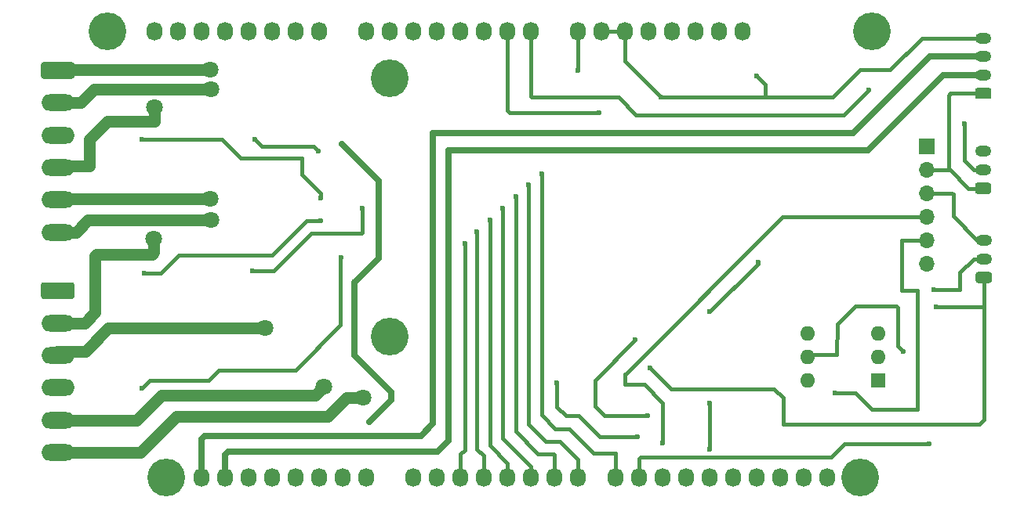
<source format=gbr>
G04 #@! TF.GenerationSoftware,KiCad,Pcbnew,(5.1.9)-1*
G04 #@! TF.CreationDate,2021-03-29T18:58:07+02:00*
G04 #@! TF.ProjectId,Interface_board_1,496e7465-7266-4616-9365-5f626f617264,4.h.0.01*
G04 #@! TF.SameCoordinates,Original*
G04 #@! TF.FileFunction,Copper,L2,Bot*
G04 #@! TF.FilePolarity,Positive*
%FSLAX46Y46*%
G04 Gerber Fmt 4.6, Leading zero omitted, Abs format (unit mm)*
G04 Created by KiCad (PCBNEW (5.1.9)-1) date 2021-03-29 18:58:07*
%MOMM*%
%LPD*%
G01*
G04 APERTURE LIST*
G04 #@! TA.AperFunction,ComponentPad*
%ADD10O,3.600000X1.800000*%
G04 #@! TD*
G04 #@! TA.AperFunction,ComponentPad*
%ADD11O,1.700000X1.700000*%
G04 #@! TD*
G04 #@! TA.AperFunction,ComponentPad*
%ADD12R,1.700000X1.700000*%
G04 #@! TD*
G04 #@! TA.AperFunction,ComponentPad*
%ADD13O,1.600000X1.600000*%
G04 #@! TD*
G04 #@! TA.AperFunction,ComponentPad*
%ADD14R,1.600000X1.600000*%
G04 #@! TD*
G04 #@! TA.AperFunction,ComponentPad*
%ADD15O,1.750000X1.200000*%
G04 #@! TD*
G04 #@! TA.AperFunction,ComponentPad*
%ADD16O,1.727200X2.032000*%
G04 #@! TD*
G04 #@! TA.AperFunction,ComponentPad*
%ADD17C,4.064000*%
G04 #@! TD*
G04 #@! TA.AperFunction,ViaPad*
%ADD18C,0.600000*%
G04 #@! TD*
G04 #@! TA.AperFunction,ViaPad*
%ADD19C,1.800000*%
G04 #@! TD*
G04 #@! TA.AperFunction,ViaPad*
%ADD20C,0.762000*%
G04 #@! TD*
G04 #@! TA.AperFunction,Conductor*
%ADD21C,0.406400*%
G04 #@! TD*
G04 #@! TA.AperFunction,Conductor*
%ADD22C,0.635000*%
G04 #@! TD*
G04 #@! TA.AperFunction,Conductor*
%ADD23C,1.270000*%
G04 #@! TD*
G04 APERTURE END LIST*
D10*
X102649020Y-127619160D03*
X102649020Y-124119160D03*
X102649020Y-120619160D03*
X102649020Y-117119160D03*
X102649020Y-113619160D03*
G04 #@! TA.AperFunction,ComponentPad*
G36*
G01*
X101099020Y-109219160D02*
X104199020Y-109219160D01*
G75*
G02*
X104449020Y-109469160I0J-250000D01*
G01*
X104449020Y-110769160D01*
G75*
G02*
X104199020Y-111019160I-250000J0D01*
G01*
X101099020Y-111019160D01*
G75*
G02*
X100849020Y-110769160I0J250000D01*
G01*
X100849020Y-109469160D01*
G75*
G02*
X101099020Y-109219160I250000J0D01*
G01*
G37*
G04 #@! TD.AperFunction*
X102656640Y-103801580D03*
X102656640Y-100301580D03*
X102656640Y-96801580D03*
X102656640Y-93301580D03*
X102656640Y-89801580D03*
G04 #@! TA.AperFunction,ComponentPad*
G36*
G01*
X101106640Y-85401580D02*
X104206640Y-85401580D01*
G75*
G02*
X104456640Y-85651580I0J-250000D01*
G01*
X104456640Y-86951580D01*
G75*
G02*
X104206640Y-87201580I-250000J0D01*
G01*
X101106640Y-87201580D01*
G75*
G02*
X100856640Y-86951580I0J250000D01*
G01*
X100856640Y-85651580D01*
G75*
G02*
X101106640Y-85401580I250000J0D01*
G01*
G37*
G04 #@! TD.AperFunction*
D11*
X196471540Y-107251500D03*
X196471540Y-104711500D03*
X196471540Y-102171500D03*
X196471540Y-99631500D03*
X196471540Y-97091500D03*
D12*
X196471540Y-94551500D03*
D13*
X183583580Y-119837200D03*
X191203580Y-114757200D03*
X183583580Y-117297200D03*
X191203580Y-117297200D03*
X183583580Y-114757200D03*
D14*
X191203580Y-119837200D03*
D15*
X202646280Y-104691680D03*
X202646280Y-106691680D03*
G04 #@! TA.AperFunction,ComponentPad*
G36*
G01*
X203271281Y-109291680D02*
X202021279Y-109291680D01*
G75*
G02*
X201771280Y-109041681I0J249999D01*
G01*
X201771280Y-108341679D01*
G75*
G02*
X202021279Y-108091680I249999J0D01*
G01*
X203271281Y-108091680D01*
G75*
G02*
X203521280Y-108341679I0J-249999D01*
G01*
X203521280Y-109041681D01*
G75*
G02*
X203271281Y-109291680I-249999J0D01*
G01*
G37*
G04 #@! TD.AperFunction*
X202577700Y-95049840D03*
X202577700Y-97049840D03*
G04 #@! TA.AperFunction,ComponentPad*
G36*
G01*
X203202701Y-99649840D02*
X201952699Y-99649840D01*
G75*
G02*
X201702700Y-99399841I0J249999D01*
G01*
X201702700Y-98699839D01*
G75*
G02*
X201952699Y-98449840I249999J0D01*
G01*
X203202701Y-98449840D01*
G75*
G02*
X203452700Y-98699839I0J-249999D01*
G01*
X203452700Y-99399841D01*
G75*
G02*
X203202701Y-99649840I-249999J0D01*
G01*
G37*
G04 #@! TD.AperFunction*
X202587860Y-82793320D03*
X202587860Y-84793320D03*
X202587860Y-86793320D03*
G04 #@! TA.AperFunction,ComponentPad*
G36*
G01*
X203212861Y-89393320D02*
X201962859Y-89393320D01*
G75*
G02*
X201712860Y-89143321I0J249999D01*
G01*
X201712860Y-88443319D01*
G75*
G02*
X201962859Y-88193320I249999J0D01*
G01*
X203212861Y-88193320D01*
G75*
G02*
X203462860Y-88443319I0J-249999D01*
G01*
X203462860Y-89143321D01*
G75*
G02*
X203212861Y-89393320I-249999J0D01*
G01*
G37*
G04 #@! TD.AperFunction*
D16*
X176598580Y-82031840D03*
X174058580Y-82031840D03*
X171518580Y-82031840D03*
X168978580Y-82031840D03*
X166438580Y-82031840D03*
X163898580Y-82031840D03*
X161358580Y-82031840D03*
X158818580Y-82031840D03*
X153738580Y-82031840D03*
X151198580Y-82031840D03*
X148658580Y-82031840D03*
X146118580Y-82031840D03*
X143578580Y-82031840D03*
X141038580Y-82031840D03*
X138498580Y-82031840D03*
X135958580Y-82031840D03*
X130878580Y-82031840D03*
X128338580Y-82031840D03*
X125798580Y-82031840D03*
X123258580Y-82031840D03*
X120718580Y-82031840D03*
X118178580Y-82031840D03*
X115638580Y-82031840D03*
X113098580Y-82031840D03*
X185742580Y-130291840D03*
X183202580Y-130291840D03*
X180662580Y-130291840D03*
X178122580Y-130291840D03*
X175582580Y-130291840D03*
X173042580Y-130291840D03*
X170502580Y-130291840D03*
X167962580Y-130291840D03*
X165422580Y-130291840D03*
X162882580Y-130291840D03*
X158818580Y-130291840D03*
X156278580Y-130291840D03*
X153738580Y-130291840D03*
X151198580Y-130291840D03*
X148658580Y-130291840D03*
X146118580Y-130291840D03*
X143578580Y-130291840D03*
X141038580Y-130291840D03*
X135958580Y-130291840D03*
X133418580Y-130291840D03*
X130878580Y-130291840D03*
X128338580Y-130291840D03*
X125798580Y-130291840D03*
X123258580Y-130291840D03*
X120718580Y-130291840D03*
X118178580Y-130291840D03*
D17*
X190568580Y-82031840D03*
X138498580Y-87111840D03*
X108018580Y-82031840D03*
X189298580Y-130291840D03*
X138498580Y-115051840D03*
X114368580Y-130291840D03*
D18*
X167800000Y-89220000D03*
X178150000Y-86890000D03*
X197520000Y-111900000D03*
X166630000Y-118480000D03*
X193950000Y-116680000D03*
X156542740Y-120103900D03*
X165272720Y-125943360D03*
X166357300Y-123654820D03*
X165031420Y-115465860D03*
X158810000Y-86280000D03*
X200590000Y-92050000D03*
X190240000Y-88390000D03*
X197280000Y-110000000D03*
X161060000Y-90910000D03*
X167949880Y-126570740D03*
D19*
X119159020Y-102466140D03*
X119118380Y-100195380D03*
X113129060Y-90261440D03*
X119171720Y-88371680D03*
X119138700Y-86177120D03*
X135630920Y-121724420D03*
X131411980Y-120520460D03*
X125023880Y-114147600D03*
X113002060Y-104475280D03*
D18*
X173060000Y-127280000D03*
X173070000Y-122290000D03*
X173070000Y-112360000D03*
X178250000Y-107050000D03*
X196710000Y-126660000D03*
X154891740Y-97442020D03*
X153446480Y-98706940D03*
X152123140Y-99969320D03*
X150677880Y-101234240D03*
X149293580Y-102499160D03*
X147909280Y-103764080D03*
X146583400Y-105029000D03*
X186550000Y-121190000D03*
X133261100Y-106563160D03*
X111760000Y-120650000D03*
X131069080Y-102539800D03*
X112014000Y-108204000D03*
X135488680Y-101208840D03*
X123698000Y-107950000D03*
X131064000Y-100076000D03*
X111760000Y-93726000D03*
X130810000Y-94996000D03*
X123952000Y-93726000D03*
X133314440Y-94251780D03*
X136316720Y-124322840D03*
D20*
X134642860Y-109212380D03*
D21*
X202646280Y-104691680D02*
X201931680Y-104691680D01*
X201931680Y-104691680D02*
X199330000Y-102090000D01*
X199330000Y-102090000D02*
X199330000Y-99720000D01*
X199241500Y-99631500D02*
X196471540Y-99631500D01*
X199330000Y-99720000D02*
X199241500Y-99631500D01*
X161358580Y-82031840D02*
X163898580Y-82031840D01*
X163898580Y-85318580D02*
X167800000Y-89220000D01*
X163898580Y-82031840D02*
X163898580Y-85318580D01*
X195966680Y-82793320D02*
X202587860Y-82793320D01*
X192510000Y-86250000D02*
X195966680Y-82793320D01*
X189280000Y-86250000D02*
X192510000Y-86250000D01*
X186310000Y-89220000D02*
X189280000Y-86250000D01*
X179050000Y-89220000D02*
X179050000Y-87790000D01*
X179050000Y-87790000D02*
X178150000Y-86890000D01*
X167800000Y-89220000D02*
X179050000Y-89220000D01*
X179050000Y-89220000D02*
X186310000Y-89220000D01*
X180970000Y-124610000D02*
X202130000Y-124610000D01*
X202130000Y-124610000D02*
X202646280Y-124093720D01*
X197520000Y-111900000D02*
X202522560Y-111900000D01*
X202522560Y-111900000D02*
X202646280Y-112023720D01*
X202646280Y-112023720D02*
X202646280Y-108691680D01*
X202646280Y-124093720D02*
X202646280Y-112023720D01*
X166630000Y-118480000D02*
X168880000Y-120730000D01*
X168880000Y-120730000D02*
X180020000Y-120730000D01*
X180970000Y-121680000D02*
X180020000Y-120730000D01*
X180970000Y-124610000D02*
X180970000Y-121680000D01*
X202577700Y-99049840D02*
X201009840Y-99049840D01*
X201009840Y-99049840D02*
X199051500Y-97091500D01*
X199051500Y-97091500D02*
X199051500Y-97048500D01*
X202431180Y-88950000D02*
X202587860Y-88793320D01*
X198841500Y-97091500D02*
X198841500Y-89008500D01*
X199051500Y-97091500D02*
X198841500Y-97091500D01*
X198841500Y-97091500D02*
X196471540Y-97091500D01*
X199056680Y-88793320D02*
X202587860Y-88793320D01*
X198841500Y-89008500D02*
X199056680Y-88793320D01*
X188770000Y-111780000D02*
X186830000Y-113720000D01*
X193220000Y-111780000D02*
X188770000Y-111780000D01*
X193390000Y-116120000D02*
X193390000Y-111950000D01*
X186830000Y-113720000D02*
X186770000Y-117030000D01*
X193390000Y-111950000D02*
X193220000Y-111780000D01*
X193950000Y-116680000D02*
X193390000Y-116120000D01*
X183850780Y-117030000D02*
X183583580Y-117297200D01*
X186770000Y-117030000D02*
X183850780Y-117030000D01*
X156542740Y-120103900D02*
X156542740Y-122692160D01*
X156542740Y-122692160D02*
X157505400Y-123654820D01*
X157505400Y-123654820D02*
X158892240Y-123654820D01*
X161180780Y-125943360D02*
X165272720Y-125943360D01*
X158892240Y-123654820D02*
X161180780Y-125943360D01*
X166357300Y-123654820D02*
X161660840Y-123654820D01*
X161660840Y-123654820D02*
X160637220Y-122631200D01*
X160637220Y-119860060D02*
X165031420Y-115465860D01*
X160637220Y-122631200D02*
X160637220Y-119860060D01*
X158810000Y-86280000D02*
X158800000Y-82050420D01*
X158800000Y-82050420D02*
X158818580Y-82031840D01*
D22*
X118178580Y-130291840D02*
X118178580Y-126161800D01*
X118178580Y-126161800D02*
X118501160Y-125839220D01*
X118501160Y-125839220D02*
X141838680Y-125839220D01*
X141838680Y-125839220D02*
X143187420Y-124490480D01*
X143187420Y-124490480D02*
X143187420Y-93091000D01*
X143187420Y-93091000D02*
X188546740Y-93091000D01*
X196844420Y-84793320D02*
X202587860Y-84793320D01*
X188546740Y-93091000D02*
X196844420Y-84793320D01*
X190154560Y-94927420D02*
X198288660Y-86793320D01*
X144873980Y-94927420D02*
X190154560Y-94927420D01*
X198288660Y-86793320D02*
X202587860Y-86793320D01*
X121051320Y-127525780D02*
X143685260Y-127525780D01*
X120718580Y-130291840D02*
X120718580Y-127858520D01*
X143685260Y-127525780D02*
X144873980Y-126337060D01*
X120718580Y-127858520D02*
X121051320Y-127525780D01*
X144873980Y-126337060D02*
X144873980Y-94927420D01*
D21*
X202577700Y-97049840D02*
X201589840Y-97049840D01*
X200590000Y-96050000D02*
X200590000Y-92050000D01*
X201589840Y-97049840D02*
X200590000Y-96050000D01*
X153738580Y-82031840D02*
X153738580Y-89081420D01*
X153738580Y-89081420D02*
X153857160Y-89200000D01*
X153857160Y-89200000D02*
X163220000Y-89200000D01*
X163220000Y-89200000D02*
X165110000Y-91090000D01*
X187540000Y-91090000D02*
X190240000Y-88390000D01*
X165110000Y-91090000D02*
X187540000Y-91090000D01*
X201568320Y-106691680D02*
X202646280Y-106691680D01*
X200080000Y-108180000D02*
X201568320Y-106691680D01*
X200080000Y-110000000D02*
X200080000Y-108180000D01*
X197280000Y-110000000D02*
X200080000Y-110000000D01*
X151198580Y-82031840D02*
X151198580Y-90658580D01*
X151450000Y-90910000D02*
X161060000Y-90910000D01*
X151198580Y-90658580D02*
X151450000Y-90910000D01*
X167949880Y-126570740D02*
X167949880Y-122249880D01*
X167949880Y-122249880D02*
X165970000Y-120270000D01*
X165970000Y-120270000D02*
X163920000Y-120270000D01*
X163920000Y-120270000D02*
X163920000Y-119130000D01*
X163920000Y-119130000D02*
X163980000Y-119130000D01*
X180938500Y-102171500D02*
X196471540Y-102171500D01*
X163980000Y-119130000D02*
X180938500Y-102171500D01*
D23*
X119159020Y-102466140D02*
X105923080Y-102466140D01*
X104587640Y-103801580D02*
X102656640Y-103801580D01*
X105923080Y-102466140D02*
X104587640Y-103801580D01*
X102762840Y-100195380D02*
X102656640Y-100301580D01*
X119118380Y-100195380D02*
X102762840Y-100195380D01*
X113129060Y-90261440D02*
X113129060Y-91815920D01*
X113129060Y-91815920D02*
X107995720Y-91815920D01*
X107995720Y-91815920D02*
X106070400Y-93741240D01*
X106070400Y-93741240D02*
X106070400Y-96644460D01*
X102813760Y-96644460D02*
X102656640Y-96801580D01*
X106070400Y-96644460D02*
X102813760Y-96644460D01*
X105112940Y-89801580D02*
X102656640Y-89801580D01*
X119171720Y-88371680D02*
X106542840Y-88371680D01*
X106542840Y-88371680D02*
X105112940Y-89801580D01*
X102748080Y-86210140D02*
X102656640Y-86301580D01*
X102781100Y-86177120D02*
X102656640Y-86301580D01*
X119138700Y-86177120D02*
X102781100Y-86177120D01*
X133817360Y-121724420D02*
X135630920Y-121724420D01*
X131836160Y-123705620D02*
X133817360Y-121724420D01*
X115443000Y-123705620D02*
X131836160Y-123705620D01*
X102649020Y-127619160D02*
X111529460Y-127619160D01*
X111529460Y-127619160D02*
X115443000Y-123705620D01*
X131411980Y-120520460D02*
X130462020Y-121470420D01*
X130462020Y-121470420D02*
X113827560Y-121470420D01*
X113827560Y-121470420D02*
X111165640Y-124132340D01*
X102662200Y-124132340D02*
X102649020Y-124119160D01*
X111165640Y-124132340D02*
X102662200Y-124132340D01*
X102561641Y-116681831D02*
X102386666Y-116856806D01*
X105606269Y-116681831D02*
X102561641Y-116681831D01*
X125023880Y-114147600D02*
X108137960Y-114150140D01*
X108137960Y-114150140D02*
X105606269Y-116681831D01*
X113002060Y-104475280D02*
X113002060Y-105986580D01*
X113002060Y-105986580D02*
X112803940Y-106184700D01*
X112803940Y-106184700D02*
X106867960Y-106184700D01*
X106867960Y-106184700D02*
X106669840Y-106382820D01*
X106669840Y-106382820D02*
X106669840Y-112486440D01*
X105537120Y-113619160D02*
X102649020Y-113619160D01*
X106669840Y-112486440D02*
X105537120Y-113619160D01*
D21*
X173070000Y-122290000D02*
X173060000Y-127280000D01*
X178250000Y-107180000D02*
X178250000Y-107050000D01*
X173070000Y-112360000D02*
X178250000Y-107180000D01*
X165422580Y-130291840D02*
X165422580Y-128332580D01*
X165422580Y-128332580D02*
X165625160Y-128130000D01*
X165625160Y-128130000D02*
X186130000Y-128130000D01*
X186130000Y-128130000D02*
X187600000Y-126660000D01*
X187600000Y-126660000D02*
X196710000Y-126660000D01*
X196670000Y-126620000D02*
X196710000Y-126660000D01*
X162882580Y-130291840D02*
X162882580Y-127708660D01*
X162882580Y-127708660D02*
X162839400Y-127665480D01*
X162839400Y-127665480D02*
X160492440Y-127665480D01*
X160492440Y-127665480D02*
X157904180Y-125077220D01*
X157904180Y-125077220D02*
X156397960Y-125077220D01*
X154891740Y-123571000D02*
X154891740Y-97442020D01*
X156397960Y-125077220D02*
X154891740Y-123571000D01*
X158818580Y-130291840D02*
X158818580Y-128341120D01*
X158818580Y-128341120D02*
X156878020Y-126400560D01*
X156878020Y-126400560D02*
X155313380Y-126400560D01*
X153446480Y-124533660D02*
X153446480Y-98706940D01*
X155313380Y-126400560D02*
X153446480Y-124533660D01*
X156278580Y-130291840D02*
X156278580Y-127909320D01*
X156278580Y-127909320D02*
X156154120Y-127784860D01*
X156154120Y-127784860D02*
X154531060Y-127784860D01*
X152123140Y-125376940D02*
X152123140Y-99969320D01*
X154531060Y-127784860D02*
X152123140Y-125376940D01*
X153738580Y-130291840D02*
X153738580Y-129161540D01*
X150677880Y-126100840D02*
X150677880Y-101234240D01*
X153738580Y-129161540D02*
X150677880Y-126100840D01*
X151198580Y-130291840D02*
X151198580Y-128785620D01*
X149293580Y-126880620D02*
X149293580Y-102499160D01*
X151198580Y-128785620D02*
X149293580Y-126880620D01*
X148658580Y-130291840D02*
X148658580Y-127993140D01*
X147909280Y-127243840D02*
X147909280Y-103764080D01*
X148658580Y-127993140D02*
X147909280Y-127243840D01*
X146118580Y-130291840D02*
X146118580Y-127828040D01*
X146583400Y-127363220D02*
X146583400Y-105029000D01*
X146118580Y-127828040D02*
X146583400Y-127363220D01*
X196420040Y-104660000D02*
X196471540Y-104711500D01*
X193780000Y-110130000D02*
X193780000Y-104660000D01*
X193780000Y-104660000D02*
X196420040Y-104660000D01*
X195490000Y-122950000D02*
X190530000Y-122950000D01*
X188770000Y-121190000D02*
X186550000Y-121190000D01*
X190530000Y-122950000D02*
X188770000Y-121190000D01*
X195490000Y-122950000D02*
X195490000Y-110180000D01*
X195440000Y-110130000D02*
X193780000Y-110130000D01*
X195490000Y-110180000D02*
X195440000Y-110130000D01*
X118930420Y-119806720D02*
X120045480Y-118691660D01*
X120045480Y-118691660D02*
X128361440Y-118691660D01*
X128361440Y-118691660D02*
X133192520Y-113860580D01*
X133192520Y-106631740D02*
X133261100Y-106563160D01*
X133192520Y-113860580D02*
X133192520Y-106631740D01*
X112603280Y-119806720D02*
X111760000Y-120650000D01*
X118930420Y-119806720D02*
X112603280Y-119806720D01*
X125780800Y-106250740D02*
X116078000Y-106250740D01*
X129491740Y-102539800D02*
X125780800Y-106250740D01*
X131069080Y-102539800D02*
X129491740Y-102539800D01*
X116078000Y-106250740D02*
X115745260Y-106250740D01*
X113792000Y-108204000D02*
X112014000Y-108204000D01*
X115745260Y-106250740D02*
X113792000Y-108204000D01*
X130103880Y-103906320D02*
X135407400Y-103906320D01*
X135488680Y-103825040D02*
X135488680Y-101208840D01*
X135407400Y-103906320D02*
X135488680Y-103825040D01*
X130103880Y-103906320D02*
X130027680Y-103906320D01*
X125984000Y-107950000D02*
X123698000Y-107950000D01*
X130027680Y-103906320D02*
X125984000Y-107950000D01*
X131064000Y-100076000D02*
X131064000Y-99568000D01*
X131064000Y-99568000D02*
X129032000Y-97536000D01*
X129032000Y-97536000D02*
X129032000Y-95758000D01*
X129032000Y-95758000D02*
X122428000Y-95758000D01*
X120396000Y-93726000D02*
X111760000Y-93726000D01*
X122428000Y-95758000D02*
X120396000Y-93726000D01*
X130810000Y-94996000D02*
X130302000Y-94488000D01*
X124714000Y-94488000D02*
X123952000Y-93726000D01*
X130302000Y-94488000D02*
X124714000Y-94488000D01*
D22*
X133314440Y-94251780D02*
X137269220Y-98206560D01*
X137269220Y-98206560D02*
X137269220Y-106586020D01*
X137269220Y-106586020D02*
X134642860Y-109212380D01*
X134642860Y-109212380D02*
X134642860Y-117096540D01*
X134642860Y-117096540D02*
X138666220Y-121119900D01*
X138666220Y-121973340D02*
X136316720Y-124322840D01*
X138666220Y-121119900D02*
X138666220Y-121973340D01*
M02*

</source>
